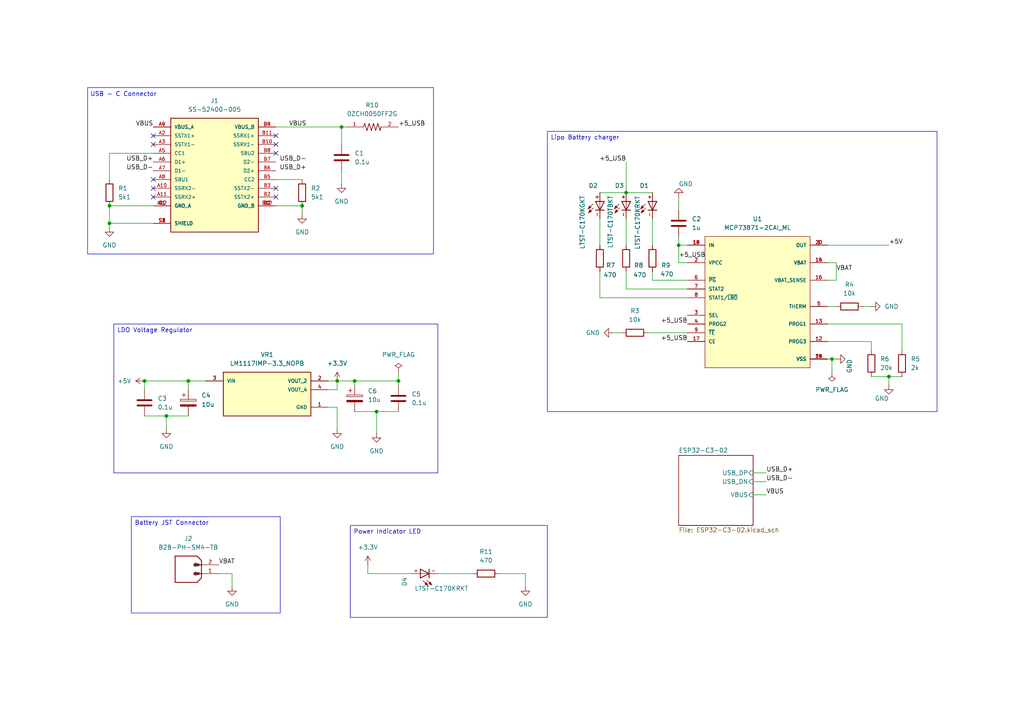
<source format=kicad_sch>
(kicad_sch (version 20231120) (generator "eeschema") (generator_version "8.0")
  (paper "A4")
  (lib_symbols
    (symbol "0ZCH0050FF2G:0ZCH0050FF2G" (pin_names (offset 1.016))
      (property "Reference" "R" (at -3.81 1.4986 0))
      (property "Value" "0ZCH0050FF2G" (at -3.81 -3.302 0))
      (symbol "0ZCH0050FF2G_0_0"
        (polyline (pts (xy -2.54 0) (xy -2.159 1.016)) (stroke (width 0.2032)))
        (polyline (pts (xy -2.159 1.016) (xy -1.524 -1.016)) (stroke (width 0.2032)))
        (polyline (pts (xy -1.524 -1.016) (xy -0.889 1.016)) (stroke (width 0.2032)))
        (polyline (pts (xy -0.889 1.016) (xy -0.254 -1.016)) (stroke (width 0.2032)))
        (polyline (pts (xy -0.254 -1.016) (xy 0.381 1.016)) (stroke (width 0.2032)))
        (polyline (pts (xy 0.381 1.016) (xy 1.016 -1.016)) (stroke (width 0.2032)))
        (polyline (pts (xy 1.016 -1.016) (xy 1.651 1.016)) (stroke (width 0.2032)))
        (polyline (pts (xy 1.651 1.016) (xy 2.286 -1.016)) (stroke (width 0.2032)))
        (polyline (pts (xy 2.286 -1.016) (xy 2.54 0)) (stroke (width 0.2032)))
        (pin passive line (at -7.62 0 0) (length 5.08) (name "~") (number "1"))
        (pin passive line (at 7.62 0 180) (length 5.08) (name "~") (number "2"))
      )
    )
    (symbol "B2B-PH-SM4-TB:B2B-PH-SM4-TB" (pin_names (offset 1.016))
      (property "Reference" "J" (at 0 6.35 0))
      (property "Value" "B2B-PH-SM4-TB" (at 0 -5.08 0))
      (symbol "B2B-PH-SM4-TB_0_0"
        (polyline (pts (xy 0 -1.27) (xy 1.27 -2.54)) (stroke (width 0.254)))
        (polyline (pts (xy 0 0) (xy 1.905 0)) (stroke (width 0.254)))
        (polyline (pts (xy 0 2.54) (xy 0 -1.27)) (stroke (width 0.254)))
        (polyline (pts (xy 0 2.54) (xy 1.905 2.54)) (stroke (width 0.254)))
        (polyline (pts (xy 0 3.81) (xy 0 2.54)) (stroke (width 0.254)))
        (polyline (pts (xy 0 3.81) (xy 1.27 5.08)) (stroke (width 0.254)))
        (polyline (pts (xy 1.27 -2.54) (xy 7.62 -2.54)) (stroke (width 0.254)))
        (polyline (pts (xy 7.62 -2.54) (xy 7.62 5.08)) (stroke (width 0.254)))
        (polyline (pts (xy 7.62 5.08) (xy 1.27 5.08)) (stroke (width 0.254)))
        (rectangle (start 0.635 -0.3175) (end 2.2225 0.3175) (stroke (width 0.1)) (fill (type outline)))
        (rectangle (start 0.635 2.2225) (end 2.2225 2.8575) (stroke (width 0.1)) (fill (type outline)))
        (pin passive line (at -5.08 2.54 0) (length 5.08) (name "1") (number "1"))
        (pin passive line (at -5.08 0 0) (length 5.08) (name "2") (number "2"))
      )
    )
    (symbol "Device:C" (pin_numbers hide) (pin_names (offset 0.254))
      (property "Reference" "C" (at 0.635 2.54 0))
      (property "Value" "C" (at 0.635 -2.54 0))
      (symbol "C_0_1"
        (polyline (pts (xy -2.032 -0.762) (xy 2.032 -0.762)) (stroke (width 0.508)))
        (polyline (pts (xy -2.032 0.762) (xy 2.032 0.762)) (stroke (width 0.508)))
      )
      (symbol "C_1_1"
        (pin passive line (at 0 3.81 270) (length 2.794) (name "~") (number "1"))
        (pin passive line (at 0 -3.81 90) (length 2.794) (name "~") (number "2"))
      )
    )
    (symbol "Device:C_Polarized" (pin_numbers hide) (pin_names (offset 0.254))
      (property "Reference" "C" (at 0.635 2.54 0))
      (property "Value" "C_Polarized" (at 0.635 -2.54 0))
      (symbol "C_Polarized_0_1"
        (rectangle (start -2.286 0.508) (end 2.286 1.016))
        (polyline (pts (xy -1.778 2.286) (xy -0.762 2.286)))
        (polyline (pts (xy -1.27 2.794) (xy -1.27 1.778)))
        (rectangle (start 2.286 -0.508) (end -2.286 -1.016) (fill (type outline)))
      )
      (symbol "C_Polarized_1_1"
        (pin passive line (at 0 3.81 270) (length 2.794) (name "~") (number "1"))
        (pin passive line (at 0 -3.81 90) (length 2.794) (name "~") (number "2"))
      )
    )
    (symbol "Device:R" (pin_numbers hide) (pin_names (offset 0))
      (property "Reference" "R" (at 2.032 0 90))
      (property "Value" "R" (at 0 0 90))
      (symbol "R_0_1"
        (rectangle (start -1.016 -2.54) (end 1.016 2.54) (stroke (width 0.254)))
      )
      (symbol "R_1_1"
        (pin passive line (at 0 3.81 270) (length 1.27) (name "~") (number "1"))
        (pin passive line (at 0 -3.81 90) (length 1.27) (name "~") (number "2"))
      )
    )
    (symbol "LM1117IMP-3.3_NOPB:LM1117IMP-3.3_NOPB" (pin_names (offset 1.016))
      (property "Reference" "VR" (at -12.7 6.08 0))
      (property "Value" "LM1117IMP-3.3_NOPB" (at -12.7 -9.08 0))
      (symbol "LM1117IMP-3.3_NOPB_0_0"
        (rectangle (start -12.7 -7.62) (end 12.7 5.08) (stroke (width 0.254)) (fill (type background)))
        (pin power_in line (at 17.78 -5.08 180) (length 5.08) (name "GND") (number "1"))
        (pin output line (at 17.78 2.54 180) (length 5.08) (name "VOUT_2") (number "2"))
        (pin input line (at -17.78 2.54 0) (length 5.08) (name "VIN") (number "3"))
        (pin output line (at 17.78 0 180) (length 5.08) (name "VOUT_4") (number "4"))
      )
    )
    (symbol "LTST-C170KGKT:LTST-C170KGKT" (pin_names (offset 1.016))
      (property "Reference" "D" (at -2.0353 4.0705 0))
      (property "Value" "LTST-C170KGKT" (at -2.0323 -5.7159 0))
      (symbol "LTST-C170KGKT_0_0"
        (polyline (pts (xy 0 -1.27) (xy 0 0)) (stroke (width 0.254)))
        (polyline (pts (xy 0 0) (xy 0 1.27)) (stroke (width 0.254)))
        (polyline (pts (xy 0 0) (xy 2.54 1.27)) (stroke (width 0.254)))
        (polyline (pts (xy 0.635 1.905) (xy -0.762 3.302)) (stroke (width 0.1524)))
        (polyline (pts (xy 1.778 2.032) (xy 0.381 3.429)) (stroke (width 0.1524)))
        (polyline (pts (xy 2.54 -1.27) (xy 0 0)) (stroke (width 0.254)))
        (polyline (pts (xy 2.54 -1.27) (xy 2.54 0)) (stroke (width 0.254)))
        (polyline (pts (xy 2.54 0) (xy 0 0)) (stroke (width 0.1524)))
        (polyline (pts (xy 2.54 0) (xy 2.54 1.27)) (stroke (width 0.254)))
        (polyline (pts (xy -0.762 3.302) (xy 0.127 2.921) (xy -0.381 2.413) (xy -0.762 3.302)) (stroke (width 0.1524)) (fill (type outline)))
        (polyline (pts (xy 0.381 3.429) (xy 1.27 3.048) (xy 0.762 2.54) (xy 0.381 3.429)) (stroke (width 0.1524)) (fill (type outline)))
        (pin passive line (at 5.08 0 180) (length 2.54) (name "~") (number "+"))
        (pin passive line (at -2.54 0 0) (length 2.54) (name "~") (number "-"))
      )
    )
    (symbol "LTST-C170KRKT:LTST-C170KRKT" (pin_names (offset 1.016))
      (property "Reference" "D" (at -2.0343 4.0686 0))
      (property "Value" "LTST-C170KRKT" (at -2.0325 -5.7164 0))
      (symbol "LTST-C170KRKT_0_0"
        (polyline (pts (xy 0 -1.27) (xy 0 0)) (stroke (width 0.254)))
        (polyline (pts (xy 0 0) (xy 0 1.27)) (stroke (width 0.254)))
        (polyline (pts (xy 0 0) (xy 2.54 1.27)) (stroke (width 0.254)))
        (polyline (pts (xy 0.635 1.905) (xy -0.762 3.302)) (stroke (width 0.1524)))
        (polyline (pts (xy 1.778 2.032) (xy 0.381 3.429)) (stroke (width 0.1524)))
        (polyline (pts (xy 2.54 -1.27) (xy 0 0)) (stroke (width 0.254)))
        (polyline (pts (xy 2.54 -1.27) (xy 2.54 0)) (stroke (width 0.254)))
        (polyline (pts (xy 2.54 0) (xy 0 0)) (stroke (width 0.1524)))
        (polyline (pts (xy 2.54 0) (xy 2.54 1.27)) (stroke (width 0.254)))
        (polyline (pts (xy -0.762 3.302) (xy 0.127 2.921) (xy -0.381 2.413) (xy -0.762 3.302)) (stroke (width 0.1524)) (fill (type outline)))
        (polyline (pts (xy 0.381 3.429) (xy 1.27 3.048) (xy 0.762 2.54) (xy 0.381 3.429)) (stroke (width 0.1524)) (fill (type outline)))
        (pin passive line (at 5.08 0 180) (length 2.54) (name "~") (number "+"))
        (pin passive line (at -2.54 0 0) (length 2.54) (name "~") (number "-"))
      )
    )
    (symbol "LTST-C170TBKT:LTST-C170TBKT" (pin_names (offset 1.016))
      (property "Reference" "D" (at -2.0354 4.0708 0))
      (property "Value" "LTST-C170TBKT" (at -2.0343 -5.7214 0))
      (symbol "LTST-C170TBKT_0_0"
        (polyline (pts (xy 0 -1.27) (xy 0 0)) (stroke (width 0.254)))
        (polyline (pts (xy 0 0) (xy 0 1.27)) (stroke (width 0.254)))
        (polyline (pts (xy 0 0) (xy 2.54 1.27)) (stroke (width 0.254)))
        (polyline (pts (xy 0.635 1.905) (xy -0.762 3.302)) (stroke (width 0.1524)))
        (polyline (pts (xy 1.778 2.032) (xy 0.381 3.429)) (stroke (width 0.1524)))
        (polyline (pts (xy 2.54 -1.27) (xy 0 0)) (stroke (width 0.254)))
        (polyline (pts (xy 2.54 -1.27) (xy 2.54 0)) (stroke (width 0.254)))
        (polyline (pts (xy 2.54 0) (xy 0 0)) (stroke (width 0.1524)))
        (polyline (pts (xy 2.54 0) (xy 2.54 1.27)) (stroke (width 0.254)))
        (polyline (pts (xy -0.762 3.302) (xy 0.127 2.921) (xy -0.381 2.413) (xy -0.762 3.302)) (stroke (width 0.1524)) (fill (type outline)))
        (polyline (pts (xy 0.381 3.429) (xy 1.27 3.048) (xy 0.762 2.54) (xy 0.381 3.429)) (stroke (width 0.1524)) (fill (type outline)))
        (pin passive line (at 5.08 0 180) (length 2.54) (name "~") (number "+"))
        (pin passive line (at -2.54 0 0) (length 2.54) (name "~") (number "-"))
      )
    )
    (symbol "MCP73871-2CAI_ML:MCP73871-2CAI_ML" (pin_names (offset 1.016))
      (property "Reference" "U" (at -15.1679 18.5478 0))
      (property "Value" "MCP73871-2CAI_ML" (at -15.3387 -22.9156 0))
      (symbol "MCP73871-2CAI_ML_0_0"
        (rectangle (start -15.24 -20.32) (end 15.24 17.78) (stroke (width 0.1524)) (fill (type background)))
        (pin output line (at 20.32 15.24 180) (length 5.08) (name "OUT") (number "1"))
        (pin power_in line (at 20.32 -17.78 180) (length 5.08) (name "VSS") (number "10"))
        (pin power_in line (at 20.32 -17.78 180) (length 5.08) (name "VSS") (number "11"))
        (pin bidirectional line (at 20.32 -12.7 180) (length 5.08) (name "PROG3") (number "12"))
        (pin bidirectional line (at 20.32 -7.62 180) (length 5.08) (name "PROG1") (number "13"))
        (pin bidirectional line (at 20.32 10.16 180) (length 5.08) (name "VBAT") (number "14"))
        (pin bidirectional line (at 20.32 10.16 180) (length 5.08) (name "VBAT") (number "15"))
        (pin bidirectional line (at 20.32 5.08 180) (length 5.08) (name "VBAT_SENSE") (number "16"))
        (pin input line (at -20.32 -12.7 0) (length 5.08) (name "CE") (number "17"))
        (pin input line (at -20.32 15.24 0) (length 5.08) (name "IN") (number "18"))
        (pin input line (at -20.32 15.24 0) (length 5.08) (name "IN") (number "19"))
        (pin input line (at -20.32 10.16 0) (length 5.08) (name "VPCC") (number "2"))
        (pin output line (at 20.32 15.24 180) (length 5.08) (name "OUT") (number "20"))
        (pin power_in line (at 20.32 -17.78 180) (length 5.08) (name "VSS") (number "21"))
        (pin input line (at -20.32 -5.08 0) (length 5.08) (name "SEL") (number "3"))
        (pin input line (at -20.32 -7.62 0) (length 5.08) (name "PROG2") (number "4"))
        (pin bidirectional line (at 20.32 -2.54 180) (length 5.08) (name "THERM") (number "5"))
        (pin output line (at -20.32 5.08 0) (length 5.08) (name "~{PG}") (number "6"))
        (pin output line (at -20.32 2.54 0) (length 5.08) (name "STAT2") (number "7"))
        (pin output line (at -20.32 0 0) (length 5.08) (name "STAT1/~{LBO}") (number "8"))
        (pin input line (at -20.32 -10.16 0) (length 5.08) (name "~{TE}") (number "9"))
      )
    )
    (symbol "SS-52400-005:SS-52400-005" (pin_names (offset 1.016))
      (property "Reference" "J" (at -12.7 16.002 0))
      (property "Value" "SS-52400-005" (at -12.7 -18.542 0))
      (symbol "SS-52400-005_0_0"
        (rectangle (start -12.7 -17.78) (end 12.7 15.24) (stroke (width 0.254)) (fill (type background)))
        (pin power_in line (at -17.78 -10.16 0) (length 5.08) (name "GND_A") (number "A1"))
        (pin bidirectional line (at -17.78 -5.08 0) (length 5.08) (name "SSRX2-") (number "A10"))
        (pin bidirectional line (at -17.78 -7.62 0) (length 5.08) (name "SSRX2+") (number "A11"))
        (pin power_in line (at -17.78 -10.16 0) (length 5.08) (name "GND_A") (number "A12"))
        (pin bidirectional line (at -17.78 10.16 0) (length 5.08) (name "SSTX1+") (number "A2"))
        (pin bidirectional line (at -17.78 7.62 0) (length 5.08) (name "SSTX1-") (number "A3"))
        (pin power_in line (at -17.78 12.7 0) (length 5.08) (name "VBUS_A") (number "A4"))
        (pin bidirectional line (at -17.78 5.08 0) (length 5.08) (name "CC1") (number "A5"))
        (pin bidirectional line (at -17.78 2.54 0) (length 5.08) (name "D1+") (number "A6"))
        (pin bidirectional line (at -17.78 0 0) (length 5.08) (name "D1-") (number "A7"))
        (pin bidirectional line (at -17.78 -2.54 0) (length 5.08) (name "SBU1") (number "A8"))
        (pin power_in line (at -17.78 12.7 0) (length 5.08) (name "VBUS_A") (number "A9"))
        (pin power_in line (at 17.78 -10.16 180) (length 5.08) (name "GND_B") (number "B1"))
        (pin bidirectional line (at 17.78 7.62 180) (length 5.08) (name "SSRX1-") (number "B10"))
        (pin bidirectional line (at 17.78 10.16 180) (length 5.08) (name "SSRX1+") (number "B11"))
        (pin power_in line (at 17.78 -10.16 180) (length 5.08) (name "GND_B") (number "B12"))
        (pin bidirectional line (at 17.78 -7.62 180) (length 5.08) (name "SSTX2+") (number "B2"))
        (pin bidirectional line (at 17.78 -5.08 180) (length 5.08) (name "SSTX2-") (number "B3"))
        (pin power_in line (at 17.78 12.7 180) (length 5.08) (name "VBUS_B") (number "B4"))
        (pin bidirectional line (at 17.78 -2.54 180) (length 5.08) (name "CC2") (number "B5"))
        (pin bidirectional line (at 17.78 0 180) (length 5.08) (name "D2+") (number "B6"))
        (pin bidirectional line (at 17.78 2.54 180) (length 5.08) (name "D2-") (number "B7"))
        (pin bidirectional line (at 17.78 5.08 180) (length 5.08) (name "SBU2") (number "B8"))
        (pin power_in line (at 17.78 12.7 180) (length 5.08) (name "VBUS_B") (number "B9"))
        (pin power_in line (at -17.78 -10.16 0) (length 5.08) (name "GND_A") (number "G1"))
        (pin power_in line (at 17.78 -10.16 180) (length 5.08) (name "GND_B") (number "G2"))
        (pin passive line (at -17.78 -15.24 0) (length 5.08) (name "SHIELD") (number "S1"))
        (pin passive line (at -17.78 -15.24 0) (length 5.08) (name "SHIELD") (number "S2"))
        (pin passive line (at -17.78 -15.24 0) (length 5.08) (name "SHIELD") (number "S3"))
        (pin passive line (at -17.78 -15.24 0) (length 5.08) (name "SHIELD") (number "S4"))
      )
    )
    (symbol "power:+3.3V" (power) (pin_numbers hide) (pin_names (offset 0) hide)
      (property "Value" "+3.3V" (at 0 3.556 0))
      (symbol "+3.3V_0_1"
        (polyline (pts (xy -0.762 1.27) (xy 0 2.54)))
        (polyline (pts (xy 0 0) (xy 0 2.54)))
        (polyline (pts (xy 0 2.54) (xy 0.762 1.27)))
      )
      (symbol "+3.3V_1_1"
        (pin power_in line (at 0 0 90) (length 0) (name "~") (number "1"))
      )
    )
    (symbol "power:+5V" (power) (pin_numbers hide) (pin_names (offset 0) hide)
      (property "Value" "+5V" (at 0 3.556 0))
      (symbol "+5V_0_1"
        (polyline (pts (xy -0.762 1.27) (xy 0 2.54)))
        (polyline (pts (xy 0 0) (xy 0 2.54)))
        (polyline (pts (xy 0 2.54) (xy 0.762 1.27)))
      )
      (symbol "+5V_1_1"
        (pin power_in line (at 0 0 90) (length 0) (name "~") (number "1"))
      )
    )
    (symbol "power:GND" (power) (pin_numbers hide) (pin_names (offset 0) hide)
      (property "Value" "GND" (at 0 -3.81 0))
      (symbol "GND_0_1"
        (polyline (pts (xy 0 0) (xy 0 -1.27) (xy 1.27 -1.27) (xy 0 -2.54) (xy -1.27 -1.27) (xy 0 -1.27)))
      )
      (symbol "GND_1_1"
        (pin power_in line (at 0 0 270) (length 0) (name "~") (number "1"))
      )
    )
    (symbol "power:PWR_FLAG" (power) (pin_numbers hide) (pin_names (offset 0) hide)
      (property "Value" "PWR_FLAG" (at 0 3.81 0))
      (symbol "PWR_FLAG_0_0"
        (pin power_out line (at 0 0 90) (length 0) (name "~") (number "1"))
      )
      (symbol "PWR_FLAG_0_1"
        (polyline (pts (xy 0 0) (xy 0 1.27) (xy -1.016 1.905) (xy 0 2.54) (xy 1.016 1.905) (xy 0 1.27)))
      )
    )
  )
  (junction (at 87.63 59.69))
  (junction (at 31.75 59.69))
  (junction (at 97.79 110.49))
  (junction (at 41.91 110.49))
  (junction (at 109.22 119.38))
  (junction (at 99.06 36.83))
  (junction (at 115.57 110.49))
  (junction (at 181.61 55.88))
  (junction (at 257.81 109.22))
  (junction (at 31.75 64.77))
  (junction (at 48.26 120.65))
  (junction (at 196.85 71.12))
  (junction (at 102.87 110.49))
  (junction (at 54.61 110.49))
  (junction (at 241.3 104.14))
  (no_connect (at 80.01 57.15))
  (no_connect (at 44.45 54.61))
  (no_connect (at 80.01 39.37))
  (no_connect (at 80.01 41.91))
  (no_connect (at 44.45 57.15))
  (no_connect (at 44.45 52.07))
  (no_connect (at 80.01 44.45))
  (no_connect (at 80.01 54.61))
  (no_connect (at 44.45 41.91))
  (no_connect (at 44.45 39.37))
  (wire (pts (xy 41.91 110.49) (xy 54.61 110.49)))
  (wire (pts (xy 181.61 46.99) (xy 181.61 55.88)))
  (wire (pts (xy 261.62 93.98) (xy 240.03 93.98)))
  (wire (pts (xy 115.57 110.49) (xy 102.87 110.49)))
  (wire (pts (xy 127 166.37) (xy 137.16 166.37)))
  (wire (pts (xy 99.06 36.83) (xy 99.06 41.91)))
  (wire (pts (xy 181.61 55.88) (xy 189.23 55.88)))
  (wire (pts (xy 48.26 120.65) (xy 48.26 124.46)))
  (wire (pts (xy 80.01 59.69) (xy 87.63 59.69)))
  (wire (pts (xy 199.39 83.82) (xy 181.61 83.82)))
  (wire (pts (xy 181.61 83.82) (xy 181.61 78.74)))
  (wire (pts (xy 196.85 71.12) (xy 196.85 76.2)))
  (wire (pts (xy 97.79 124.46) (xy 97.79 118.11)))
  (wire (pts (xy 106.68 166.37) (xy 106.68 163.83)))
  (wire (pts (xy 152.4 166.37) (xy 152.4 170.18)))
  (wire (pts (xy 102.87 119.38) (xy 109.22 119.38)))
  (wire (pts (xy 240.03 104.14) (xy 241.3 104.14)))
  (wire (pts (xy 252.73 88.9) (xy 250.19 88.9)))
  (wire (pts (xy 31.75 44.45) (xy 31.75 52.07)))
  (wire (pts (xy 119.38 166.37) (xy 106.68 166.37)))
  (wire (pts (xy 63.5 166.37) (xy 67.31 166.37)))
  (wire (pts (xy 54.61 113.03) (xy 54.61 110.49)))
  (wire (pts (xy 241.3 104.14) (xy 241.3 107.95)))
  (wire (pts (xy 80.01 52.07) (xy 87.63 52.07)))
  (wire (pts (xy 31.75 59.69) (xy 44.45 59.69)))
  (wire (pts (xy 97.79 118.11) (xy 95.25 118.11)))
  (wire (pts (xy 240.03 76.2) (xy 242.57 76.2)))
  (wire (pts (xy 222.25 137.16) (xy 218.44 137.16)))
  (wire (pts (xy 115.57 111.76) (xy 115.57 110.49)))
  (wire (pts (xy 222.25 139.7) (xy 218.44 139.7)))
  (wire (pts (xy 102.87 110.49) (xy 102.87 111.76)))
  (wire (pts (xy 187.96 96.52) (xy 199.39 96.52)))
  (wire (pts (xy 252.73 101.6) (xy 252.73 99.06)))
  (wire (pts (xy 199.39 71.12) (xy 196.85 71.12)))
  (wire (pts (xy 196.85 57.15) (xy 196.85 60.96)))
  (wire (pts (xy 41.91 113.03) (xy 41.91 110.49)))
  (wire (pts (xy 115.57 107.95) (xy 115.57 110.49)))
  (wire (pts (xy 41.91 120.65) (xy 48.26 120.65)))
  (wire (pts (xy 109.22 119.38) (xy 109.22 125.73)))
  (wire (pts (xy 87.63 59.69) (xy 87.63 62.23)))
  (wire (pts (xy 181.61 63.5) (xy 181.61 71.12)))
  (wire (pts (xy 252.73 99.06) (xy 240.03 99.06)))
  (wire (pts (xy 31.75 59.69) (xy 31.75 64.77)))
  (wire (pts (xy 31.75 64.77) (xy 31.75 66.04)))
  (wire (pts (xy 109.22 119.38) (xy 115.57 119.38)))
  (wire (pts (xy 242.57 76.2) (xy 242.57 81.28)))
  (wire (pts (xy 144.78 166.37) (xy 152.4 166.37)))
  (wire (pts (xy 31.75 64.77) (xy 44.45 64.77)))
  (wire (pts (xy 189.23 81.28) (xy 199.39 81.28)))
  (wire (pts (xy 240.03 88.9) (xy 242.57 88.9)))
  (wire (pts (xy 80.01 36.83) (xy 99.06 36.83)))
  (wire (pts (xy 173.99 63.5) (xy 173.99 71.12)))
  (wire (pts (xy 257.81 111.76) (xy 257.81 109.22)))
  (wire (pts (xy 177.8 96.52) (xy 180.34 96.52)))
  (wire (pts (xy 240.03 71.12) (xy 257.81 71.12)))
  (wire (pts (xy 97.79 110.49) (xy 102.87 110.49)))
  (wire (pts (xy 242.57 81.28) (xy 240.03 81.28)))
  (wire (pts (xy 54.61 110.49) (xy 59.69 110.49)))
  (wire (pts (xy 173.99 55.88) (xy 181.61 55.88)))
  (wire (pts (xy 189.23 63.5) (xy 189.23 71.12)))
  (wire (pts (xy 95.25 110.49) (xy 97.79 110.49)))
  (wire (pts (xy 95.25 113.03) (xy 97.79 113.03)))
  (wire (pts (xy 257.81 109.22) (xy 261.62 109.22)))
  (wire (pts (xy 252.73 109.22) (xy 257.81 109.22)))
  (wire (pts (xy 196.85 68.58) (xy 196.85 71.12)))
  (wire (pts (xy 99.06 49.53) (xy 99.06 53.34)))
  (wire (pts (xy 173.99 86.36) (xy 199.39 86.36)))
  (wire (pts (xy 99.06 36.83) (xy 100.33 36.83)))
  (wire (pts (xy 218.44 143.51) (xy 222.25 143.51)))
  (wire (pts (xy 189.23 78.74) (xy 189.23 81.28)))
  (wire (pts (xy 97.79 113.03) (xy 97.79 110.49)))
  (wire (pts (xy 261.62 101.6) (xy 261.62 93.98)))
  (wire (pts (xy 196.85 76.2) (xy 199.39 76.2)))
  (wire (pts (xy 173.99 78.74) (xy 173.99 86.36)))
  (wire (pts (xy 241.3 104.14) (xy 242.57 104.14)))
  (wire (pts (xy 67.31 166.37) (xy 67.31 170.18)))
  (wire (pts (xy 48.26 120.65) (xy 54.61 120.65)))
  (wire (pts (xy 44.45 44.45) (xy 31.75 44.45)))
  (rectangle (start 25.4 25.4) (end 125.73 73.66))
  (text_box "Battery JST Connector\n" (at 38.1 149.86 0) (size 43.18 27.94) (effects (font (size 1.27 1.27)) (justify left top)))
  (text_box "LDO Voltage Regulator\n" (at 33.02 93.98 0) (size 93.98 43.18) (effects (font (size 1.27 1.27)) (justify left top)))
  (text_box "Power Indicator LED\n" (at 101.6 152.4 0) (size 57.15 26.67) (effects (font (size 1.27 1.27)) (justify left top)))
  (text_box "Lipo Battery charger" (at 158.75 38.1 0) (size 113.03 81.28) (effects (font (size 1.27 1.27)) (justify left top)))
  (text "USB - C Connector" (at 35.814 27.432 0) (effects (font (size 1.27 1.27))))
  (label "USB_D-" (at 44.45 49.53 180))
  (label "+5_USB" (at 199.39 99.06 180))
  (label "+5_USB" (at 181.61 46.99 180))
  (label "USB_D+" (at 222.25 137.16 0))
  (label "VBAT" (at 63.5 163.83 0))
  (label "+5_USB" (at 199.39 93.98 180))
  (label "VBUS" (at 44.45 36.83 180))
  (label "USB_D-" (at 222.25 139.7 0))
  (label "+5_USB" (at 196.85 74.93 0))
  (label "USB_D+" (at 44.45 46.99 180))
  (label "+5_USB" (at 115.57 36.83 0))
  (label "+5V" (at 257.81 71.12 0))
  (label "VBUS" (at 222.25 143.51 0))
  (label "USB_D+" (at 88.9 49.53 180))
  (label "VBAT" (at 242.57 78.74 0))
  (label "USB_D-" (at 88.9 46.99 180))
  (label "VBUS" (at 88.9 36.83 180))
  (symbol (lib_id "LTST-C170KGKT:LTST-C170KGKT") (at 173.99 60.96 90) (unit 1)
    (property "Reference" "D2" (at 170.688 53.848 90) (effects (justify right)))
    (property "Value" "LTST-C170KGKT" (at 168.91 56.642 0) (effects (justify right)))
    (property "Footprint" "STM32_IOT_footprints:DIOC200X125X110" (effects (hide yes)))
    (property "MF" "Lite-On Inc." (effects (hide yes)))
    (property "Description_1" "\n                        \n                            Green 571nm LED Indication - Discrete 2V 0805 (2012 Metric)\n                        \n" (effects (hide yes)))
    (property "Package" "0805 Lite-On" (effects (hide yes)))
    (property "Price" "None" (effects (hide yes)))
    (property "Check_prices" "https://www.snapeda.com/parts/LTST-C170KGKT/Lite-On/view-part/?ref=eda" (effects (hide yes)))
    (property "SnapEDA_Link" "https://www.snapeda.com/parts/LTST-C170KGKT/Lite-On/view-part/?ref=snap" (effects (hide yes)))
    (property "MP" "LTST-C170KGKT" (effects (hide yes)))
    (property "Availability" "In Stock" (effects (hide yes)))
    (property "MANUFACTURER" "LiteOn" (effects (hide yes)))
  )
  (symbol (lib_id "Device:C") (at 99.06 45.72 0) (unit 1)
    (property "Reference" "C1" (at 102.87 44.4499 0) (effects (justify left)))
    (property "Value" "0.1u" (at 102.87 46.9899 0) (effects (justify left)))
    (property "Footprint" "Capacitor_SMD:C_0805_2012Metric" (effects (hide yes)))
    (property "Description" "Unpolarized capacitor" (effects (hide yes)))
  )
  (symbol (lib_id "power:GND") (at 252.73 88.9 90) (unit 1)
    (property "Reference" "#PWR02" (effects (hide yes)))
    (property "Value" "GND" (at 256.54 88.9001 90) (effects (justify right)))
    (property "Description" "Power symbol creates a global label with name \"GND\" , ground" (effects (hide yes)))
  )
  (symbol (lib_id "MCP73871-2CAI_ML:MCP73871-2CAI_ML") (at 219.71 86.36 0) (unit 1)
    (property "Reference" "U1" (at 219.71 63.5 0))
    (property "Value" "MCP73871-2CAI_ML" (at 219.71 66.04 0))
    (property "Footprint" "STM32_IOT_footprints:QFN50P400X400X100-21N" (effects (hide yes)))
    (property "MF" "Microchip Technology" (effects (hide yes)))
    (property "SNAPEDA_PACKAGE_ID" "22102" (effects (hide yes)))
    (property "Package" "QFN-20 Microchip" (effects (hide yes)))
    (property "Price" "None" (effects (hide yes)))
    (property "Check_prices" "https://www.snapeda.com/parts/MCP73871-2CAI/ML/Microchip/view-part/?ref=eda" (effects (hide yes)))
    (property "STANDARD" "IPC-7351B" (effects (hide yes)))
    (property "PARTREV" "D" (effects (hide yes)))
    (property "SnapEDA_Link" "https://www.snapeda.com/parts/MCP73871-2CAI/ML/Microchip/view-part/?ref=snap" (effects (hide yes)))
    (property "MP" "MCP73871-2CAI/ML" (effects (hide yes)))
    (property "Description_1" "\n                        \n                            Microchip MCP73871-2CAI/ML, Battery Charge Controller, 1000mA, 20-Pin QFN | Microchip Technology Inc. MCP73871-2CAI/ML\n                        \n" (effects (hide yes)))
    (property "Availability" "In Stock" (effects (hide yes)))
    (property "MANUFACTURER" "Microchip Corp." (effects (hide yes)))
  )
  (symbol (lib_id "Device:R") (at 173.99 74.93 0) (unit 1)
    (property "Reference" "R7" (at 175.768 76.962 0) (effects (justify left)))
    (property "Value" "470" (at 175.006 79.756 0) (effects (justify left)))
    (property "Footprint" "Resistor_SMD:R_0805_2012Metric" (effects (hide yes)))
    (property "Description" "Resistor" (effects (hide yes)))
  )
  (symbol (lib_id "power:GND") (at 87.63 62.23 0) (unit 1)
    (property "Reference" "#PWR05" (effects (hide yes)))
    (property "Value" "GND" (at 87.63 67.31 0))
    (property "Description" "Power symbol creates a global label with name \"GND\" , ground" (effects (hide yes)))
  )
  (symbol (lib_id "power:PWR_FLAG") (at 115.57 107.95 0) (unit 1)
    (property "Reference" "#FLG02" (effects (hide yes)))
    (property "Value" "PWR_FLAG" (at 115.57 102.87 0))
    (property "Description" "Special symbol for telling ERC where power comes from" (effects (hide yes)))
  )
  (symbol (lib_id "Device:R") (at 246.38 88.9 90) (unit 1)
    (property "Reference" "R4" (at 246.38 82.55 90))
    (property "Value" "10k" (at 246.38 85.09 90))
    (property "Footprint" "STM32_IOT_footprints:MODULE_ESP32-C3-WROOM-02-H4" (effects (hide yes)))
    (property "Description" "Resistor" (effects (hide yes)))
  )
  (symbol (lib_id "power:GND") (at 31.75 66.04 0) (unit 1)
    (property "Reference" "#PWR04" (effects (hide yes)))
    (property "Value" "GND" (at 31.75 71.12 0))
    (property "Description" "Power symbol creates a global label with name \"GND\" , ground" (effects (hide yes)))
  )
  (symbol (lib_id "power:GND") (at 242.57 104.14 90) (unit 1)
    (property "Reference" "#PWR07" (effects (hide yes)))
    (property "Value" "GND" (at 246.38 104.1401 0) (effects (justify right)))
    (property "Description" "Power symbol creates a global label with name \"GND\" , ground" (effects (hide yes)))
  )
  (symbol (lib_id "power:PWR_FLAG") (at 241.3 107.95 180) (unit 1)
    (property "Reference" "#FLG01" (effects (hide yes)))
    (property "Value" "PWR_FLAG" (at 241.3 113.03 0))
    (property "Description" "Special symbol for telling ERC where power comes from" (effects (hide yes)))
  )
  (symbol (lib_id "power:+5V") (at 41.91 110.49 90) (unit 1)
    (property "Reference" "#PWR09" (effects (hide yes)))
    (property "Value" "+5V" (at 38.1 110.4899 90) (effects (justify left)))
    (property "Description" "Power symbol creates a global label with name \"+5V\"" (effects (hide yes)))
  )
  (symbol (lib_id "power:GND") (at 196.85 57.15 180) (unit 1)
    (property "Reference" "#PWR08" (effects (hide yes)))
    (property "Value" "GND" (at 196.8501 53.34 0) (effects (justify right)))
    (property "Description" "Power symbol creates a global label with name \"GND\" , ground" (effects (hide yes)))
  )
  (symbol (lib_id "power:+3.3V") (at 106.68 163.83 0) (unit 1)
    (property "Reference" "#PWR015" (effects (hide yes)))
    (property "Value" "+3.3V" (at 106.68 158.75 0))
    (property "Description" "Power symbol creates a global label with name \"+3.3V\"" (effects (hide yes)))
  )
  (symbol (lib_id "power:+3.3V") (at 97.79 110.49 0) (unit 1)
    (property "Reference" "#PWR013" (effects (hide yes)))
    (property "Value" "+3.3V" (at 97.79 105.41 0))
    (property "Description" "Power symbol creates a global label with name \"+3.3V\"" (effects (hide yes)))
  )
  (symbol (lib_id "Device:C") (at 41.91 116.84 0) (unit 1)
    (property "Reference" "C3" (at 45.72 115.5699 0) (effects (justify left)))
    (property "Value" "0.1u" (at 45.72 118.1099 0) (effects (justify left)))
    (property "Footprint" "Capacitor_SMD:C_0805_2012Metric" (effects (hide yes)))
    (property "Description" "Unpolarized capacitor" (effects (hide yes)))
  )
  (symbol (lib_id "power:GND") (at 97.79 124.46 0) (unit 1)
    (property "Reference" "#PWR011" (effects (hide yes)))
    (property "Value" "GND" (at 97.79 129.54 0))
    (property "Description" "Power symbol creates a global label with name \"GND\" , ground" (effects (hide yes)))
  )
  (symbol (lib_id "power:GND") (at 257.81 111.76 0) (unit 1)
    (property "Reference" "#PWR03" (effects (hide yes)))
    (property "Value" "GND" (at 257.8099 115.57 0) (effects (justify right)))
    (property "Description" "Power symbol creates a global label with name \"GND\" , ground" (effects (hide yes)))
  )
  (symbol (lib_id "B2B-PH-SM4-TB:B2B-PH-SM4-TB") (at 58.42 163.83 180) (unit 1)
    (property "Reference" "J2" (at 54.61 156.21 0))
    (property "Value" "B2B-PH-SM4-TB" (at 54.61 158.75 0))
    (property "Footprint" "STM32_IOT_footprints:JST_B2B-PH-SM4-TB" (effects (hide yes)))
    (property "MF" "JST" (effects (hide yes)))
    (property "MAXIMUM_PACKAGE_HEIGHT" "6.6 mm" (effects (hide yes)))
    (property "Package" "NON STANDARD-2 JST" (effects (hide yes)))
    (property "Price" "None" (effects (hide yes)))
    (property "Check_prices" "https://www.snapeda.com/parts/B2B-PH-SM4-TB/JST/view-part/?ref=eda" (effects (hide yes)))
    (property "STANDARD" "Manufacturer Recommendations" (effects (hide yes)))
    (property "PARTREV" "N/A" (effects (hide yes)))
    (property "SnapEDA_Link" "https://www.snapeda.com/parts/B2B-PH-SM4-TB/JST/view-part/?ref=snap" (effects (hide yes)))
    (property "MP" "B2B-PH-SM4-TB" (effects (hide yes)))
    (property "Description_1" "\n                        \n                            Connector Header Surface Mount 2 position 0.079 (2.00mm)\n                        \n" (effects (hide yes)))
    (property "Availability" "In Stock" (effects (hide yes)))
    (property "MANUFACTURER" "JST" (effects (hide yes)))
  )
  (symbol (lib_id "SS-52400-005:SS-52400-005") (at 62.23 49.53 0) (unit 1)
    (property "Reference" "J1" (at 62.23 29.21 0))
    (property "Value" "SS-52400-005" (at 62.23 31.75 0))
    (property "Footprint" "STM32_IOT_footprints:STEWART_SS-52400-005" (effects (hide yes)))
    (property "MF" "Bel Fuse" (effects (hide yes)))
    (property "MAXIMUM_PACKAGE_HEIGHT" "5.28mm" (effects (hide yes)))
    (property "Package" "None" (effects (hide yes)))
    (property "Price" "None" (effects (hide yes)))
    (property "Check_prices" "https://www.snapeda.com/parts/SS-52400-005/Bel+Circuit+Protection/view-part/?ref=eda" (effects (hide yes)))
    (property "STANDARD" "Manufacturer Recommendations" (effects (hide yes)))
    (property "PARTREV" "A0" (effects (hide yes)))
    (property "SnapEDA_Link" "https://www.snapeda.com/parts/SS-52400-005/Bel+Circuit+Protection/view-part/?ref=snap" (effects (hide yes)))
    (property "MP" "SS-52400-005" (effects (hide yes)))
    (property "Description_1" "\n                        \n                            USB Type-C Connector | USB 4.0 | 1 Port | Right Angle Receptacle | Shielded | 0.047 in (1.20mm) PCB Thickness\n                        \n" (effects (hide yes)))
    (property "Availability" "In Stock" (effects (hide yes)))
    (property "MANUFACTURER" "STEWART CONNECTOR" (effects (hide yes)))
  )
  (symbol (lib_id "power:GND") (at 67.31 170.18 0) (unit 1)
    (property "Reference" "#PWR014" (effects (hide yes)))
    (property "Value" "GND" (at 67.31 175.26 0))
    (property "Description" "Power symbol creates a global label with name \"GND\" , ground" (effects (hide yes)))
  )
  (symbol (lib_id "power:GND") (at 109.22 125.73 0) (unit 1)
    (property "Reference" "#PWR012" (effects (hide yes)))
    (property "Value" "GND" (at 109.22 130.81 0))
    (property "Description" "Power symbol creates a global label with name \"GND\" , ground" (effects (hide yes)))
  )
  (symbol (lib_id "Device:C_Polarized") (at 102.87 115.57 0) (unit 1)
    (property "Reference" "C6" (at 106.68 113.4109 0) (effects (justify left)))
    (property "Value" "10u" (at 106.68 115.9509 0) (effects (justify left)))
    (property "Footprint" "Capacitor_Tantalum_SMD:CP_EIA-3216-10_Kemet-I_Pad1.58x1.35mm_HandSolder" (effects (hide yes)))
    (property "Description" "Polarized capacitor" (effects (hide yes)))
  )
  (symbol (lib_id "Device:R") (at 31.75 55.88 0) (unit 1)
    (property "Reference" "R1" (at 34.29 54.6099 0) (effects (justify left)))
    (property "Value" "5k1" (at 34.29 57.1499 0) (effects (justify left)))
    (property "Footprint" "STM32_IOT_footprints:DIOC200X125X110" (effects (hide yes)))
    (property "Description" "Resistor" (effects (hide yes)))
  )
  (symbol (lib_id "Device:R") (at 189.23 74.93 0) (unit 1)
    (property "Reference" "R9" (at 191.77 76.962 0) (effects (justify left)))
    (property "Value" "470" (at 191.516 79.502 0) (effects (justify left)))
    (property "Footprint" "Resistor_SMD:R_0805_2012Metric" (effects (hide yes)))
    (property "Description" "Resistor" (effects (hide yes)))
  )
  (symbol (lib_id "Device:R") (at 181.61 74.93 0) (unit 1)
    (property "Reference" "R8" (at 183.896 76.962 0) (effects (justify left)))
    (property "Value" "470" (at 183.642 79.756 0) (effects (justify left)))
    (property "Footprint" "Resistor_SMD:R_0805_2012Metric" (effects (hide yes)))
    (property "Description" "Resistor" (effects (hide yes)))
  )
  (symbol (lib_id "power:GND") (at 177.8 96.52 270) (unit 1)
    (property "Reference" "#PWR01" (effects (hide yes)))
    (property "Value" "GND" (at 173.99 96.5199 90) (effects (justify right)))
    (property "Description" "Power symbol creates a global label with name \"GND\" , ground" (effects (hide yes)))
  )
  (symbol (lib_id "power:GND") (at 152.4 170.18 0) (unit 1)
    (property "Reference" "#PWR016" (effects (hide yes)))
    (property "Value" "GND" (at 152.4 175.26 0))
    (property "Description" "Power symbol creates a global label with name \"GND\" , ground" (effects (hide yes)))
  )
  (symbol (lib_id "Device:R") (at 252.73 105.41 0) (unit 1)
    (property "Reference" "R6" (at 255.27 104.1399 0) (effects (justify left)))
    (property "Value" "20k" (at 255.27 106.6799 0) (effects (justify left)))
    (property "Footprint" "Resistor_SMD:R_0805_2012Metric" (effects (hide yes)))
    (property "Description" "Resistor" (effects (hide yes)))
  )
  (symbol (lib_id "Device:R") (at 87.63 55.88 0) (unit 1)
    (property "Reference" "R2" (at 90.17 54.6099 0) (effects (justify left)))
    (property "Value" "5k1" (at 90.17 57.1499 0) (effects (justify left)))
    (property "Footprint" "STM32_IOT_footprints:SOT95P240X120-3N" (effects (hide yes)))
    (property "Description" "Resistor" (effects (hide yes)))
  )
  (symbol (lib_id "LTST-C170TBKT:LTST-C170TBKT") (at 181.61 60.96 90) (unit 1)
    (property "Reference" "D3" (at 178.308 53.848 90) (effects (justify right)))
    (property "Value" "LTST-C170TBKT" (at 177.038 56.642 0) (effects (justify right)))
    (property "Footprint" "STM32_IOT_footprints:DIOC200X125X110" (effects (hide yes)))
    (property "MF" "Lite-On Inc." (effects (hide yes)))
    (property "Description_1" "\n                        \n                            Blue 470nm LED Indication - Discrete 3.3V 0805 (2012 Metric)\n                        \n" (effects (hide yes)))
    (property "Package" "0805 Lite-On" (effects (hide yes)))
    (property "Price" "None" (effects (hide yes)))
    (property "Check_prices" "https://www.snapeda.com/parts/LTST-C170TBKT/Lite-On/view-part/?ref=eda" (effects (hide yes)))
    (property "SnapEDA_Link" "https://www.snapeda.com/parts/LTST-C170TBKT/Lite-On/view-part/?ref=snap" (effects (hide yes)))
    (property "MP" "LTST-C170TBKT" (effects (hide yes)))
    (property "Availability" "In Stock" (effects (hide yes)))
    (property "MANUFACTURER" "LiteOn" (effects (hide yes)))
  )
  (symbol (lib_id "Device:C_Polarized") (at 54.61 116.84 0) (unit 1)
    (property "Reference" "C4" (at 58.42 114.6809 0) (effects (justify left)))
    (property "Value" "10u" (at 58.42 117.348 0) (effects (justify left)))
    (property "Footprint" "Capacitor_Tantalum_SMD:CP_EIA-3216-10_Kemet-I_Pad1.58x1.35mm_HandSolder" (effects (hide yes)))
    (property "Description" "Polarized capacitor" (effects (hide yes)))
  )
  (symbol (lib_id "Device:R") (at 140.97 166.37 90) (unit 1)
    (property "Reference" "R11" (at 140.97 160.02 90))
    (property "Value" "470" (at 140.97 162.56 90))
    (property "Footprint" "Resistor_SMD:R_0805_2012Metric" (effects (hide yes)))
    (property "Description" "Resistor" (effects (hide yes)))
  )
  (symbol (lib_id "LTST-C170KRKT:LTST-C170KRKT") (at 124.46 166.37 180) (unit 1)
    (property "Reference" "D4" (at 117.348 167.386 90) (effects (justify left)))
    (property "Value" "LTST-C170KRKT" (at 135.89 170.688 0) (effects (justify left)))
    (property "Footprint" "STM32_IOT_footprints:DIOC200X125X110" (effects (hide yes)))
    (property "MF" "Lite-On Inc." (effects (hide yes)))
    (property "Description_1" "\n                        \n                            Red 631nm LED Indication - Discrete 2V 0805 (2012 Metric)\n                        \n" (effects (hide yes)))
    (property "Package" "0805 Lite-On" (effects (hide yes)))
    (property "Price" "None" (effects (hide yes)))
    (property "Check_prices" "https://www.snapeda.com/parts/LTST-C170KRKT/Lite-On/view-part/?ref=eda" (effects (hide yes)))
    (property "SnapEDA_Link" "https://www.snapeda.com/parts/LTST-C170KRKT/Lite-On/view-part/?ref=snap" (effects (hide yes)))
    (property "MP" "LTST-C170KRKT" (effects (hide yes)))
    (property "Availability" "In Stock" (effects (hide yes)))
    (property "MANUFACTURER" "LiteOn" (effects (hide yes)))
  )
  (symbol (lib_id "0ZCH0050FF2G:0ZCH0050FF2G") (at 107.95 36.83 0) (unit 1)
    (property "Reference" "R10" (at 107.95 30.48 0))
    (property "Value" "0ZCH0050FF2G" (at 107.95 33.02 0))
    (property "Footprint" "STM32_IOT_footprints:RESC3225X75N" (effects (hide yes)))
    (property "MF" "Bel Fuse" (effects (hide yes)))
    (property "MAXIMUM_PACKAGE_HEIGHT" "0.75mm" (effects (hide yes)))
    (property "Package" "1210 Bel Fuse" (effects (hide yes)))
    (property "Price" "None" (effects (hide yes)))
    (property "Check_prices" "https://www.snapeda.com/parts/0ZCH0050FF2G/Bel+Circuit+Protection/view-part/?ref=eda" (effects (hide yes)))
    (property "STANDARD" "IPC-7351B" (effects (hide yes)))
    (property "PARTREV" "0ZCH Sep2019" (effects (hide yes)))
    (property "SnapEDA_Link" "https://www.snapeda.com/parts/0ZCH0050FF2G/Bel+Circuit+Protection/view-part/?ref=snap" (effects (hide yes)))
    (property "MP" "0ZCH0050FF2G" (effects (hide yes)))
    (property "Description_1" "\n                        \n                            1210 SMT PPTC | 0.50 Ih | 16V\n                        \n" (effects (hide yes)))
    (property "Availability" "In Stock" (effects (hide yes)))
    (property "MANUFACTURER" "Bel Fuse" (effects (hide yes)))
  )
  (symbol (lib_id "Device:C") (at 115.57 115.57 0) (unit 1)
    (property "Reference" "C5" (at 119.38 114.2999 0) (effects (justify left)))
    (property "Value" "0.1u" (at 119.38 116.8399 0) (effects (justify left)))
    (property "Footprint" "Capacitor_SMD:C_0805_2012Metric" (effects (hide yes)))
    (property "Description" "Unpolarized capacitor" (effects (hide yes)))
  )
  (symbol (lib_id "Device:C") (at 196.85 64.77 0) (unit 1)
    (property "Reference" "C2" (at 200.66 63.4999 0) (effects (justify left)))
    (property "Value" "1u" (at 200.66 66.0399 0) (effects (justify left)))
    (property "Footprint" "Capacitor_SMD:C_0805_2012Metric" (effects (hide yes)))
    (property "Description" "Unpolarized capacitor" (effects (hide yes)))
  )
  (symbol (lib_id "power:GND") (at 99.06 53.34 0) (unit 1)
    (property "Reference" "#PWR06" (effects (hide yes)))
    (property "Value" "GND" (at 99.06 58.42 0))
    (property "Description" "Power symbol creates a global label with name \"GND\" , ground" (effects (hide yes)))
  )
  (symbol (lib_id "Device:R") (at 261.62 105.41 0) (unit 1)
    (property "Reference" "R5" (at 264.16 104.1399 0) (effects (justify left)))
    (property "Value" "2k" (at 264.16 106.6799 0) (effects (justify left)))
    (property "Footprint" "Resistor_SMD:R_0805_2012Metric" (effects (hide yes)))
    (property "Description" "Resistor" (effects (hide yes)))
  )
  (symbol (lib_id "LM1117IMP-3.3_NOPB:LM1117IMP-3.3_NOPB") (at 77.47 113.03 0) (unit 1)
    (property "Reference" "VR1" (at 77.47 102.87 0))
    (property "Value" "LM1117IMP-3.3_NOPB" (at 77.47 105.41 0))
    (property "Footprint" "STM32_IOT_footprints:VREG_LM1117IMP-3.3_NOPB" (effects (hide yes)))
    (property "MF" "Texas Instruments" (effects (hide yes)))
    (property "MAXIMUM_PACKAGE_HEIGHT" "1.80 mm" (effects (hide yes)))
    (property "Package" "SOT-223-4 Texas Instruments" (effects (hide yes)))
    (property "Price" "None" (effects (hide yes)))
    (property "Check_prices" "https://www.snapeda.com/parts/LM1117IMP-3.3/NOPB/Texas+Instruments/view-part/?ref=eda" (effects (hide yes)))
    (property "STANDARD" "Manufacturer Recommendation" (effects (hide yes)))
    (property "PARTREV" "O" (effects (hide yes)))
    (property "SnapEDA_Link" "https://www.snapeda.com/parts/LM1117IMP-3.3/NOPB/Texas+Instruments/view-part/?ref=snap" (effects (hide yes)))
    (property "MP" "LM1117IMP-3.3/NOPB" (effects (hide yes)))
    (property "Description_1" "\n                        \n                            800-mA 15-V linear voltage regulator\n                        \n" (effects (hide yes)))
    (property "Availability" "In Stock" (effects (hide yes)))
    (property "MANUFACTURER" "Texas Instruments" (effects (hide yes)))
  )
  (symbol (lib_id "Device:R") (at 184.15 96.52 90) (unit 1)
    (property "Reference" "R3" (at 184.15 90.17 90))
    (property "Value" "10k" (at 184.15 92.71 90))
    (property "Footprint" "STM32_IOT_footprints:SOT95P240X120-3N" (effects (hide yes)))
    (property "Description" "Resistor" (effects (hide yes)))
  )
  (symbol (lib_id "power:GND") (at 48.26 124.46 0) (unit 1)
    (property "Reference" "#PWR010" (effects (hide yes)))
    (property "Value" "GND" (at 48.26 129.54 0))
    (property "Description" "Power symbol creates a global label with name \"GND\" , ground" (effects (hide yes)))
  )
  (symbol (lib_id "LTST-C170KRKT:LTST-C170KRKT") (at 189.23 60.96 90) (unit 1)
    (property "Reference" "D1" (at 188.214 53.848 90) (effects (justify left)))
    (property "Value" "LTST-C170KRKT" (at 184.912 72.39 0) (effects (justify left)))
    (property "Footprint" "STM32_IOT_footprints:DIOC200X125X110" (effects (hide yes)))
    (property "MF" "Lite-On Inc." (effects (hide yes)))
    (property "Description_1" "\n                        \n                            Red 631nm LED Indication - Discrete 2V 0805 (2012 Metric)\n                        \n" (effects (hide yes)))
    (property "Package" "0805 Lite-On" (effects (hide yes)))
    (property "Price" "None" (effects (hide yes)))
    (property "Check_prices" "https://www.snapeda.com/parts/LTST-C170KRKT/Lite-On/view-part/?ref=eda" (effects (hide yes)))
    (property "SnapEDA_Link" "https://www.snapeda.com/parts/LTST-C170KRKT/Lite-On/view-part/?ref=snap" (effects (hide yes)))
    (property "MP" "LTST-C170KRKT" (effects (hide yes)))
    (property "Availability" "In Stock" (effects (hide yes)))
    (property "MANUFACTURER" "LiteOn" (effects (hide yes)))
  )
  (sheet (at 196.85 132.08) (size 21.59 20.32) (stroke (width 0.1524))
    (property "Sheetname" "ESP32-C3-02" (at 196.85 131.3684 0) (effects (justify left bottom)))
    (property "Sheetfile" "ESP32-C3-02.kicad_sch" (at 196.85 152.9846 0) (effects (justify left top)))
    (pin "USB_DP" input (at 218.44 137.16 0))
    (pin "USB_DN" input (at 218.44 139.7 0))
    (pin "VBUS" input (at 218.44 143.51 0))
  )
)
</source>
